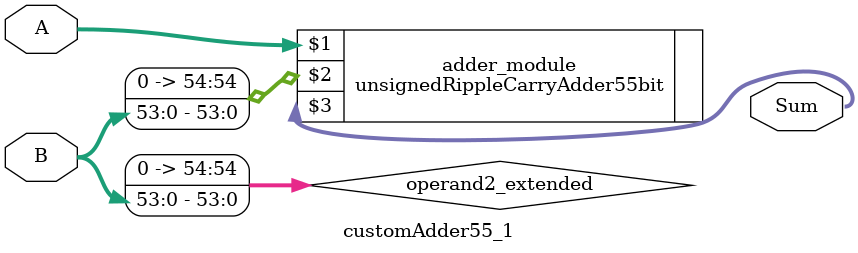
<source format=v>
module customAdder55_1(
                        input [54 : 0] A,
                        input [53 : 0] B,
                        
                        output [55 : 0] Sum
                );

        wire [54 : 0] operand2_extended;
        
        assign operand2_extended =  {1'b0, B};
        
        unsignedRippleCarryAdder55bit adder_module(
            A,
            operand2_extended,
            Sum
        );
        
        endmodule
        
</source>
